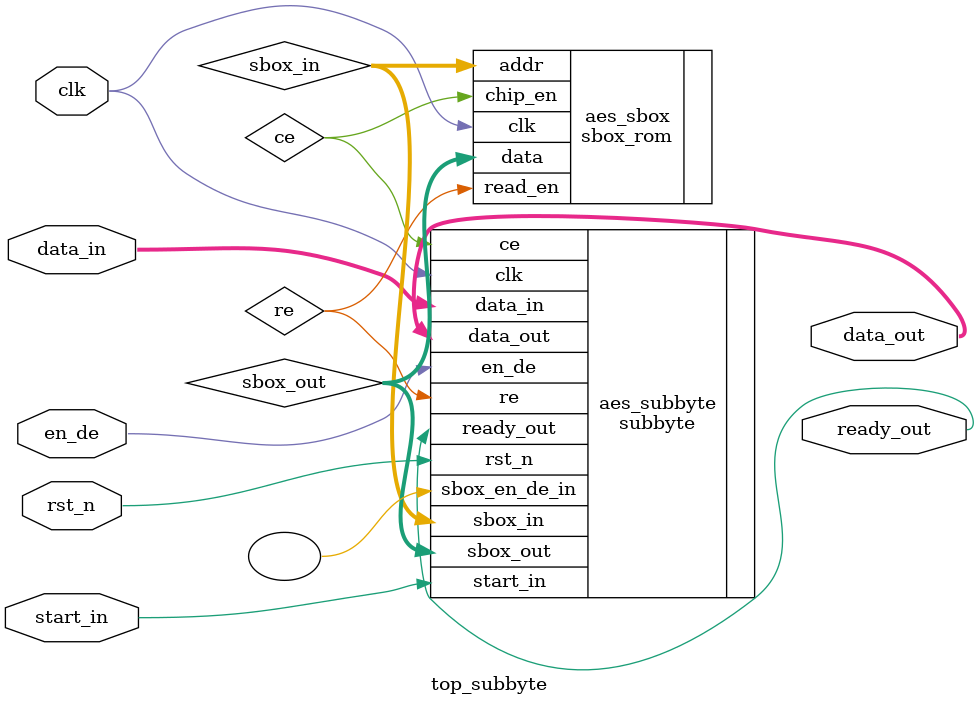
<source format=v>
module		top_subbyte (
	//input
	input wire				clk,
	input wire				rst_n,
	input wire	[127:0]		data_in,
	input wire				start_in,
	input wire				en_de,
	
	//output
	output wire	[127:0]		data_out,
	output wire				ready_out
);

//internal wires

	wire	[7:0]	sbox_in;
	wire	[7:0]	sbox_out;
	wire			ce,re;
	
subbyte		aes_subbyte (
							.clk			(clk),
                            .rst_n			(rst_n),
                            .data_in		(data_in),
                            .sbox_out		(sbox_out),	
                            .data_out		(data_out),
                            .sbox_in		(sbox_in),	
                            .sbox_en_de_in	(),	
                            .ce				(ce),
                            .re				(re),
                            .ready_out		(ready_out),
                                            
                            				
                            .start_in		(start_in),
                            .en_de			(en_de)
						);

sbox_rom	aes_sbox	(
							.clk			(clk),
							.addr			(sbox_in),
							.chip_en		(ce),
							.read_en		(re),
							.data			(sbox_out)
						);

endmodule

</source>
